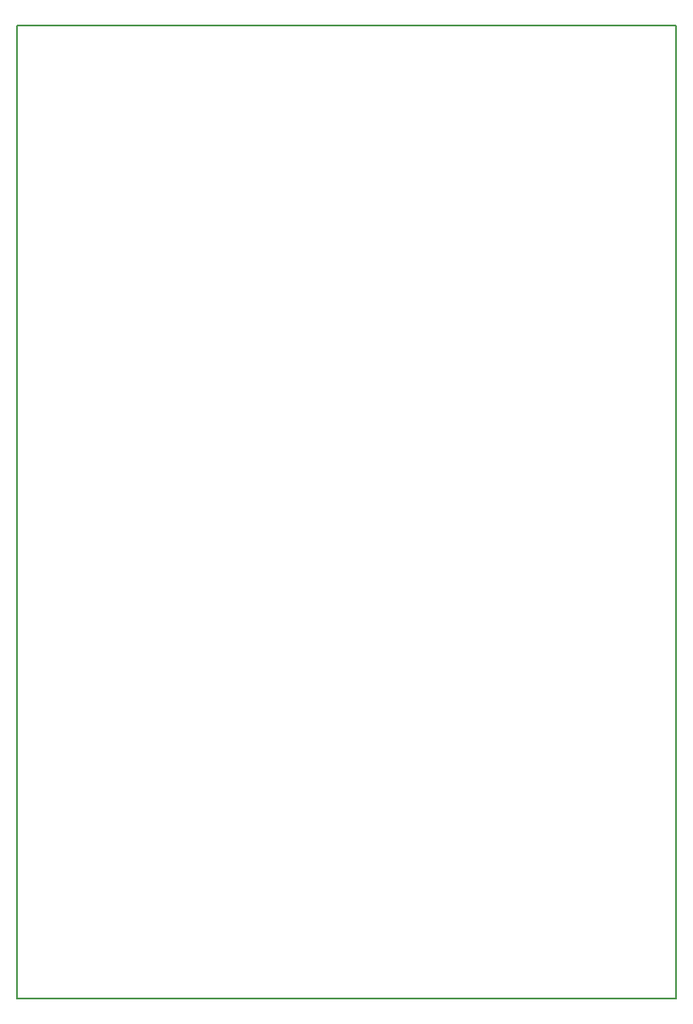
<source format=gbr>
G04 #@! TF.GenerationSoftware,KiCad,Pcbnew,(5.0.2)-1*
G04 #@! TF.CreationDate,2019-02-21T19:34:53+01:00*
G04 #@! TF.ProjectId,plyta_glowna,706c7974-615f-4676-9c6f-776e612e6b69,rev?*
G04 #@! TF.SameCoordinates,Original*
G04 #@! TF.FileFunction,Profile,NP*
%FSLAX46Y46*%
G04 Gerber Fmt 4.6, Leading zero omitted, Abs format (unit mm)*
G04 Created by KiCad (PCBNEW (5.0.2)-1) date 2019-02-21 19:34:53*
%MOMM*%
%LPD*%
G01*
G04 APERTURE LIST*
%ADD10C,0.150000*%
G04 APERTURE END LIST*
D10*
X99300000Y-48600000D02*
X165000000Y-48600000D01*
X165000000Y-145600000D02*
X165000000Y-48600000D01*
X99300000Y-145600000D02*
X165000000Y-145600000D01*
X99300000Y-48600000D02*
X99300000Y-145600000D01*
M02*

</source>
